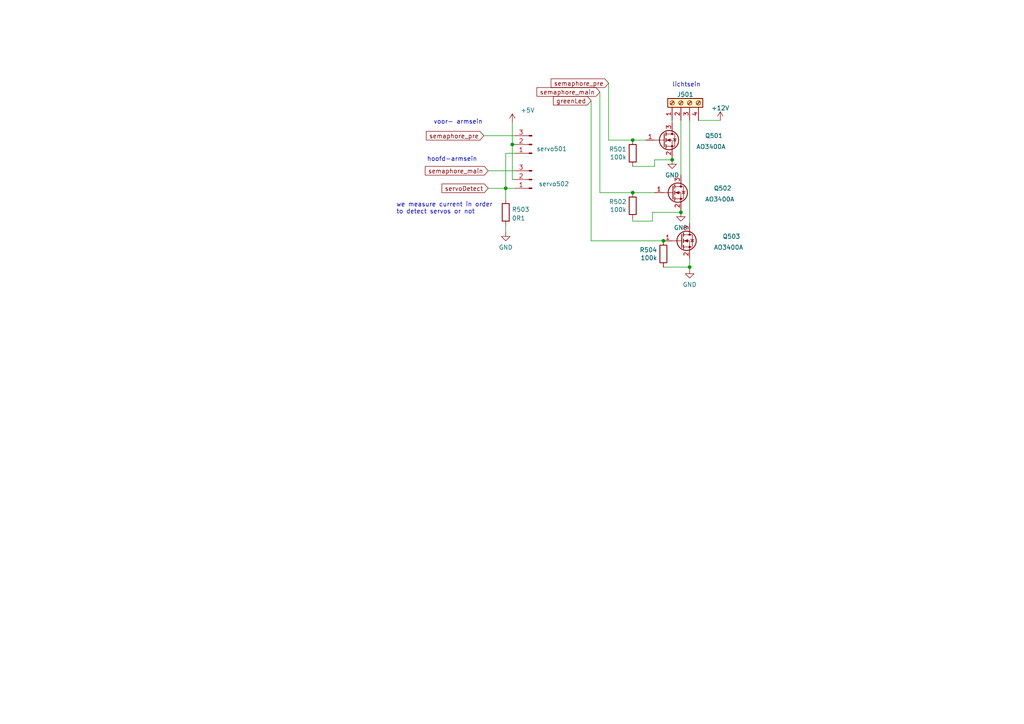
<source format=kicad_sch>
(kicad_sch (version 20211123) (generator eeschema)
  (paper "A4")
  (lib_symbols
    (symbol "Connector:Conn_01x03_Male" (pin_names (offset 1.016) hide)
      (property "Reference" "J" (at 0 5.08 0))
      (property "Value" "Conn_01x03_Male" (at 0 -5.08 0))
      (symbol "Conn_01x03_Male_1_1"
        (polyline (pts (xy 1.27 -2.54) (xy 0.8636 -2.54)) (stroke (width 0.1524)))
        (polyline (pts (xy 1.27 0) (xy 0.8636 0)) (stroke (width 0.1524)))
        (polyline (pts (xy 1.27 2.54) (xy 0.8636 2.54)) (stroke (width 0.1524)))
        (rectangle (start 0.8636 -2.413) (end 0 -2.667) (stroke (width 0.1524)) (fill (type outline)))
        (rectangle (start 0.8636 0.127) (end 0 -0.127) (stroke (width 0.1524)) (fill (type outline)))
        (rectangle (start 0.8636 2.667) (end 0 2.413) (stroke (width 0.1524)) (fill (type outline)))
        (pin passive line (at 5.08 2.54 180) (length 3.81) (name "Pin_1") (number "1"))
        (pin passive line (at 5.08 0 180) (length 3.81) (name "Pin_2") (number "2"))
        (pin passive line (at 5.08 -2.54 180) (length 3.81) (name "Pin_3") (number "3"))
      )
    )
    (symbol "Connector:Screw_Terminal_01x04" (pin_names (offset 1.016) hide)
      (property "Reference" "J" (at 0 5.08 0))
      (property "Value" "Screw_Terminal_01x04" (at 0 -7.62 0))
      (symbol "Screw_Terminal_01x04_1_1"
        (rectangle (start -1.27 3.81) (end 1.27 -6.35) (stroke (width 0.254)) (fill (type background)))
        (circle (center 0 -5.08) (radius 0.635) (stroke (width 0.1524)))
        (circle (center 0 -2.54) (radius 0.635) (stroke (width 0.1524)))
        (polyline (pts (xy -0.5334 -4.7498) (xy 0.3302 -5.588)) (stroke (width 0.1524)))
        (polyline (pts (xy -0.5334 -2.2098) (xy 0.3302 -3.048)) (stroke (width 0.1524)))
        (polyline (pts (xy -0.5334 0.3302) (xy 0.3302 -0.508)) (stroke (width 0.1524)))
        (polyline (pts (xy -0.5334 2.8702) (xy 0.3302 2.032)) (stroke (width 0.1524)))
        (polyline (pts (xy -0.3556 -4.572) (xy 0.508 -5.4102)) (stroke (width 0.1524)))
        (polyline (pts (xy -0.3556 -2.032) (xy 0.508 -2.8702)) (stroke (width 0.1524)))
        (polyline (pts (xy -0.3556 0.508) (xy 0.508 -0.3302)) (stroke (width 0.1524)))
        (polyline (pts (xy -0.3556 3.048) (xy 0.508 2.2098)) (stroke (width 0.1524)))
        (circle (center 0 0) (radius 0.635) (stroke (width 0.1524)))
        (circle (center 0 2.54) (radius 0.635) (stroke (width 0.1524)))
        (pin passive line (at -5.08 2.54 0) (length 3.81) (name "Pin_1") (number "1"))
        (pin passive line (at -5.08 0 0) (length 3.81) (name "Pin_2") (number "2"))
        (pin passive line (at -5.08 -2.54 0) (length 3.81) (name "Pin_3") (number "3"))
        (pin passive line (at -5.08 -5.08 0) (length 3.81) (name "Pin_4") (number "4"))
      )
    )
    (symbol "Device:R" (pin_numbers hide) (pin_names (offset 0))
      (property "Reference" "R" (at 2.032 0 90))
      (property "Value" "R" (at 0 0 90))
      (symbol "R_0_1"
        (rectangle (start -1.016 -2.54) (end 1.016 2.54) (stroke (width 0.254)))
      )
      (symbol "R_1_1"
        (pin passive line (at 0 3.81 270) (length 1.27) (name "~") (number "1"))
        (pin passive line (at 0 -3.81 90) (length 1.27) (name "~") (number "2"))
      )
    )
    (symbol "Transistor_FET:AO3400A" (pin_names hide)
      (property "Reference" "Q" (at 5.08 1.905 0))
      (property "Value" "AO3400A" (at 5.08 0 0))
      (symbol "AO3400A_0_1"
        (polyline (pts (xy 0.254 0) (xy -2.54 0)))
        (polyline (pts (xy 0.254 1.905) (xy 0.254 -1.905)) (stroke (width 0.254)))
        (polyline (pts (xy 0.762 -1.27) (xy 0.762 -2.286)) (stroke (width 0.254)))
        (polyline (pts (xy 0.762 0.508) (xy 0.762 -0.508)) (stroke (width 0.254)))
        (polyline (pts (xy 0.762 2.286) (xy 0.762 1.27)) (stroke (width 0.254)))
        (polyline (pts (xy 2.54 2.54) (xy 2.54 1.778)))
        (polyline (pts (xy 2.54 -2.54) (xy 2.54 0) (xy 0.762 0)))
        (polyline (pts (xy 0.762 -1.778) (xy 3.302 -1.778) (xy 3.302 1.778) (xy 0.762 1.778)))
        (polyline (pts (xy 1.016 0) (xy 2.032 0.381) (xy 2.032 -0.381) (xy 1.016 0)) (fill (type outline)))
        (polyline (pts (xy 2.794 0.508) (xy 2.921 0.381) (xy 3.683 0.381) (xy 3.81 0.254)))
        (polyline (pts (xy 3.302 0.381) (xy 2.921 -0.254) (xy 3.683 -0.254) (xy 3.302 0.381)))
        (circle (center 1.651 0) (radius 2.794) (stroke (width 0.254)))
        (circle (center 2.54 -1.778) (radius 0.254) (fill (type outline)))
        (circle (center 2.54 1.778) (radius 0.254) (fill (type outline)))
      )
      (symbol "AO3400A_1_1"
        (pin input line (at -5.08 0 0) (length 2.54) (name "G") (number "1"))
        (pin passive line (at 2.54 -5.08 90) (length 2.54) (name "S") (number "2"))
        (pin passive line (at 2.54 5.08 270) (length 2.54) (name "D") (number "3"))
      )
    )
    (symbol "power:+12V" (power) (pin_names (offset 0))
      (property "Value" "+12V" (at 0 3.556 0))
      (symbol "+12V_0_1"
        (polyline (pts (xy -0.762 1.27) (xy 0 2.54)))
        (polyline (pts (xy 0 0) (xy 0 2.54)))
        (polyline (pts (xy 0 2.54) (xy 0.762 1.27)))
      )
      (symbol "+12V_1_1"
        (pin power_in line (at 0 0 90) (length 0) hide (name "+12V") (number "1"))
      )
    )
    (symbol "power:+5V" (power) (pin_names (offset 0))
      (property "Value" "+5V" (at 0 3.556 0))
      (symbol "+5V_0_1"
        (polyline (pts (xy -0.762 1.27) (xy 0 2.54)))
        (polyline (pts (xy 0 0) (xy 0 2.54)))
        (polyline (pts (xy 0 2.54) (xy 0.762 1.27)))
      )
      (symbol "+5V_1_1"
        (pin power_in line (at 0 0 90) (length 0) hide (name "+5V") (number "1"))
      )
    )
    (symbol "power:GND" (power) (pin_names (offset 0))
      (property "Value" "GND" (at 0 -3.81 0))
      (symbol "GND_0_1"
        (polyline (pts (xy 0 0) (xy 0 -1.27) (xy 1.27 -1.27) (xy 0 -2.54) (xy -1.27 -1.27) (xy 0 -1.27)))
      )
      (symbol "GND_1_1"
        (pin power_in line (at 0 0 270) (length 0) hide (name "GND") (number "1"))
      )
    )
  )
  (junction (at 183.515 40.64))
  (junction (at 146.685 54.61))
  (junction (at 148.59 41.91))
  (junction (at 200.025 77.47))
  (junction (at 183.515 55.88))
  (junction (at 192.405 69.85))
  (junction (at 194.945 46.355))
  (junction (at 197.485 61.595))
  (wire (pts (xy 194.945 34.925) (xy 194.945 35.56)))
  (wire (pts (xy 173.99 55.88) (xy 183.515 55.88)))
  (wire (pts (xy 146.685 65.405) (xy 146.685 67.31)))
  (wire (pts (xy 149.225 41.91) (xy 148.59 41.91)))
  (wire (pts (xy 197.485 61.595) (xy 189.23 61.595)))
  (wire (pts (xy 171.45 29.21) (xy 171.45 69.85)))
  (wire (pts (xy 148.59 41.91) (xy 148.59 52.07)))
  (wire (pts (xy 146.685 57.785) (xy 146.685 54.61)))
  (wire (pts (xy 141.605 49.53) (xy 149.225 49.53)))
  (wire (pts (xy 173.99 26.67) (xy 173.99 55.88)))
  (wire (pts (xy 146.685 44.45) (xy 146.685 54.61)))
  (wire (pts (xy 200.025 74.93) (xy 200.025 77.47)))
  (wire (pts (xy 176.53 24.13) (xy 176.53 40.64)))
  (wire (pts (xy 194.945 45.72) (xy 194.945 46.355)))
  (wire (pts (xy 183.515 55.88) (xy 189.865 55.88)))
  (wire (pts (xy 200.025 34.925) (xy 200.025 64.77)))
  (wire (pts (xy 183.515 63.5) (xy 183.515 64.135)))
  (wire (pts (xy 146.685 54.61) (xy 149.225 54.61)))
  (wire (pts (xy 200.025 77.47) (xy 200.025 78.105)))
  (wire (pts (xy 140.335 39.37) (xy 149.225 39.37)))
  (wire (pts (xy 197.485 34.925) (xy 197.485 50.8)))
  (wire (pts (xy 202.565 34.925) (xy 208.915 34.925)))
  (wire (pts (xy 189.23 61.595) (xy 189.23 64.135)))
  (wire (pts (xy 171.45 69.85) (xy 192.405 69.85)))
  (wire (pts (xy 176.53 40.64) (xy 183.515 40.64)))
  (wire (pts (xy 189.865 46.355) (xy 194.945 46.355)))
  (wire (pts (xy 189.23 64.135) (xy 183.515 64.135)))
  (wire (pts (xy 183.515 40.64) (xy 187.325 40.64)))
  (wire (pts (xy 148.59 35.56) (xy 148.59 41.91)))
  (wire (pts (xy 148.59 52.07) (xy 149.225 52.07)))
  (wire (pts (xy 183.515 48.26) (xy 189.865 48.26)))
  (wire (pts (xy 141.605 54.61) (xy 146.685 54.61)))
  (wire (pts (xy 189.865 48.26) (xy 189.865 46.355)))
  (wire (pts (xy 197.485 60.96) (xy 197.485 61.595)))
  (wire (pts (xy 146.685 44.45) (xy 149.225 44.45)))
  (wire (pts (xy 192.405 77.47) (xy 200.025 77.47)))
  (text "lichtsein" (at 194.945 25.4 0) (effects (font (size 1.27 1.27)) (justify left bottom)))
  (text "hoofd-armsein" (at 123.825 46.99 0) (effects (font (size 1.27 1.27)) (justify left bottom)))
  (text "voor- armsein" (at 125.73 36.195 0) (effects (font (size 1.27 1.27)) (justify left bottom)))
  (text "we measure current in order\nto detect servos or not" (at 114.935 62.23 0) (effects (font (size 1.27 1.27)) (justify left bottom)))
  (global_label "semaphore_pre" (shape input) (at 140.335 39.37 180) (property "Intersheet References" "${INTERSHEET_REFS}" (effects hide)))
  (global_label "servoDetect" (shape input) (at 141.605 54.61 180) (property "Intersheet References" "${INTERSHEET_REFS}" (effects hide)))
  (global_label "semaphore_main" (shape input) (at 141.605 49.53 180) (property "Intersheet References" "${INTERSHEET_REFS}" (effects hide)))
  (global_label "semaphore_main" (shape input) (at 173.99 26.67 180) (property "Intersheet References" "${INTERSHEET_REFS}" (effects hide)))
  (global_label "semaphore_pre" (shape input) (at 176.53 24.13 180) (property "Intersheet References" "${INTERSHEET_REFS}" (effects hide)))
  (global_label "greenLed" (shape input) (at 171.45 29.21 180) (property "Intersheet References" "${INTERSHEET_REFS}" (effects hide)))
  (symbol (lib_id "power:GND") (at 200.025 78.105 0) (unit 1)
    (property "Reference" "#PWR0506" (effects hide))
    (property "Value" "GND" (at 200.025 82.5484 0))
  )
  (symbol (lib_id "Transistor_FET:AO3400A") (at 194.945 55.88 0) (unit 1)
    (property "Reference" "Q502" (at 207.01 54.61 0) (effects (justify left)))
    (property "Value" "AO3400A" (at 204.47 57.785 0) (effects (justify left)))
    (property "Footprint" "Package_TO_SOT_SMD:SOT-23" (effects hide))
    (property "Datasheet" "http://www.aosmd.com/pdfs/datasheet/AO3400A.pdf" (effects hide))
    (property "JLCPCB Part#" "C20917" (effects hide))
  )
  (symbol (lib_id "Device:R") (at 192.405 73.66 0) (mirror y) (unit 1)
    (property "Reference" "R504" (at 190.627 72.4916 0) (effects (justify left)))
    (property "Value" "100k" (at 190.627 74.803 0) (effects (justify left)))
    (property "Footprint" "Resistor_SMD:R_0805_2012Metric_Pad1.20x1.40mm_HandSolder" (effects hide))
    (property "JLCPCB Part#" "C149504" (effects hide))
  )
  (symbol (lib_id "Device:R") (at 183.515 59.69 0) (mirror y) (unit 1)
    (property "Reference" "R502" (at 181.737 58.5216 0) (effects (justify left)))
    (property "Value" "100k" (at 181.737 60.833 0) (effects (justify left)))
    (property "Footprint" "Resistor_SMD:R_0805_2012Metric_Pad1.20x1.40mm_HandSolder" (effects hide))
    (property "JLCPCB Part#" "C149504" (effects hide))
  )
  (symbol (lib_id "Transistor_FET:AO3400A") (at 192.405 40.64 0) (unit 1)
    (property "Reference" "Q501" (at 204.47 39.37 0) (effects (justify left)))
    (property "Value" "AO3400A" (at 201.93 42.545 0) (effects (justify left)))
    (property "Footprint" "Package_TO_SOT_SMD:SOT-23" (effects hide))
    (property "Datasheet" "http://www.aosmd.com/pdfs/datasheet/AO3400A.pdf" (effects hide))
    (property "JLCPCB Part#" "C20917" (effects hide))
  )
  (symbol (lib_id "Connector:Conn_01x03_Male") (at 154.305 52.07 180) (unit 1)
    (property "Reference" "servo502" (at 160.655 53.34 0))
    (property "Value" "Conn_01x03_Male" (effects hide))
    (property "Footprint" "Connector_PinHeader_2.54mm:PinHeader_1x03_P2.54mm_Vertical" (effects hide))
  )
  (symbol (lib_id "power:GND") (at 197.485 61.595 0) (unit 1)
    (property "Reference" "#PWR0504" (effects hide))
    (property "Value" "GND" (at 197.485 66.0384 0))
  )
  (symbol (lib_id "power:+12V") (at 208.915 34.925 0) (unit 1)
    (property "Reference" "#PWR0501" (effects hide))
    (property "Value" "+12V" (at 208.915 31.3492 0))
  )
  (symbol (lib_id "power:GND") (at 146.685 67.31 0) (unit 1)
    (property "Reference" "#PWR0505" (effects hide))
    (property "Value" "GND" (at 146.685 71.7534 0))
  )
  (symbol (lib_id "Connector:Screw_Terminal_01x04") (at 197.485 29.845 90) (unit 1)
    (property "Reference" "J501" (at 198.755 27.4122 90))
    (property "Value" "signals" (effects hide))
    (property "Footprint" "TerminalBlock_Phoenix:TerminalBlock_Phoenix_MPT-0,5-4-2.54_1x04_P2.54mm_Horizontal" (effects hide))
  )
  (symbol (lib_id "Connector:Conn_01x03_Male") (at 154.305 41.91 180) (unit 1)
    (property "Reference" "servo501" (at 160.02 43.18 0))
    (property "Value" "Conn_01x03_Male" (effects hide))
    (property "Footprint" "Connector_PinHeader_2.54mm:PinHeader_1x03_P2.54mm_Vertical" (effects hide))
  )
  (symbol (lib_id "power:GND") (at 194.945 46.355 0) (unit 1)
    (property "Reference" "#PWR0503" (effects hide))
    (property "Value" "GND" (at 194.945 50.7984 0))
  )
  (symbol (lib_id "Transistor_FET:AO3400A") (at 197.485 69.85 0) (unit 1)
    (property "Reference" "Q503" (at 209.55 68.58 0) (effects (justify left)))
    (property "Value" "AO3400A" (at 207.01 71.755 0) (effects (justify left)))
    (property "Footprint" "Package_TO_SOT_SMD:SOT-23" (effects hide))
    (property "Datasheet" "http://www.aosmd.com/pdfs/datasheet/AO3400A.pdf" (effects hide))
    (property "JLCPCB Part#" "C20917" (effects hide))
  )
  (symbol (lib_id "Device:R") (at 146.685 61.595 0) (unit 1)
    (property "Reference" "R503" (at 148.463 60.7603 0) (effects (justify left)))
    (property "Value" "0R1" (at 148.463 63.2972 0) (effects (justify left)))
    (property "Footprint" "Resistor_SMD:R_1206_3216Metric_Pad1.30x1.75mm_HandSolder" (effects hide))
    (property "JLCPCB Part#" "C25334" (effects hide))
  )
  (symbol (lib_id "Device:R") (at 183.515 44.45 0) (mirror y) (unit 1)
    (property "Reference" "R501" (at 181.737 43.2816 0) (effects (justify left)))
    (property "Value" "100k" (at 181.737 45.593 0) (effects (justify left)))
    (property "Footprint" "Resistor_SMD:R_0805_2012Metric_Pad1.20x1.40mm_HandSolder" (effects hide))
    (property "JLCPCB Part#" "C149504" (effects hide))
  )
  (symbol (lib_id "power:+5V") (at 148.59 35.56 0) (unit 1)
    (property "Reference" "#PWR0502" (effects hide))
    (property "Value" "+5V" (at 153.035 31.9842 0))
  )
)
</source>
